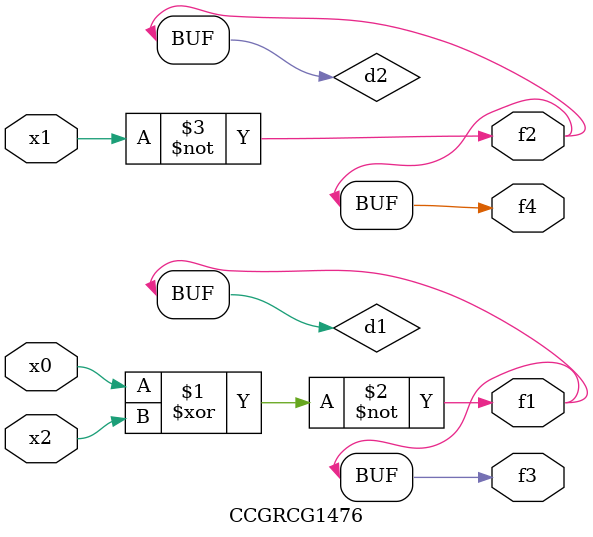
<source format=v>
module CCGRCG1476(
	input x0, x1, x2,
	output f1, f2, f3, f4
);

	wire d1, d2, d3;

	xnor (d1, x0, x2);
	nand (d2, x1);
	nor (d3, x1, x2);
	assign f1 = d1;
	assign f2 = d2;
	assign f3 = d1;
	assign f4 = d2;
endmodule

</source>
